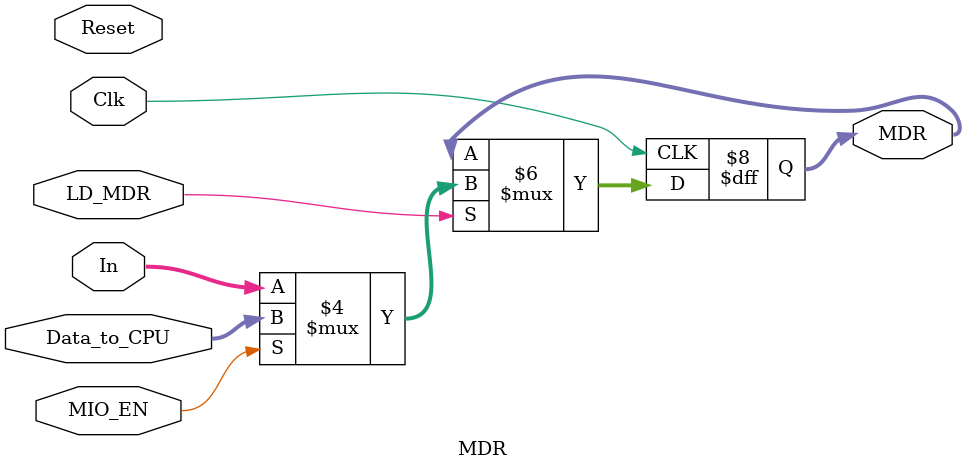
<source format=sv>
module MDR (
                input logic Clk, 
                input logic Reset, 
                input logic [15:0] Data_to_CPU,
				input logic [15:0] In,
				input logic LD_MDR, 
                input logic MIO_EN, 

				output logic [15:0] MDR
				);
				
				always_ff @ (posedge Clk)
				begin
				
					if (Reset) 
						MDR <= 16'd0;
					
					if (LD_MDR) begin
						if (MIO_EN) 
							MDR <= Data_to_CPU;
						else 
							MDR <= In;
					end
					else 
						MDR <= MDR;
                        
					
				end
				
endmodule

</source>
